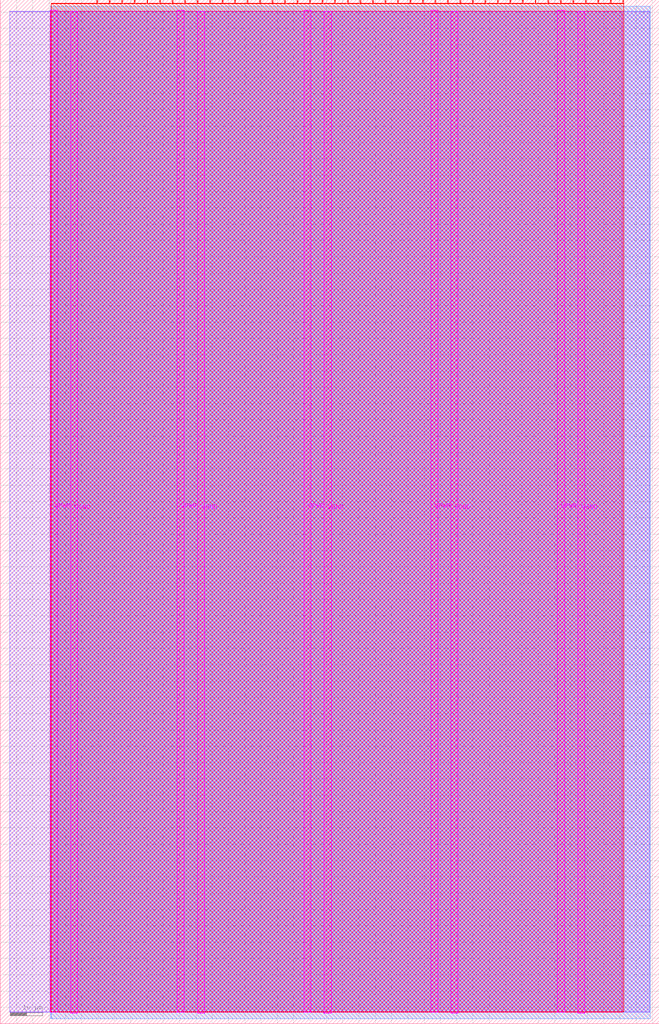
<source format=lef>
VERSION 5.7 ;
  NOWIREEXTENSIONATPIN ON ;
  DIVIDERCHAR "/" ;
  BUSBITCHARS "[]" ;
MACRO tt_um_themightyduckofdoom_bitserial_collatz_checker
  CLASS BLOCK ;
  FOREIGN tt_um_themightyduckofdoom_bitserial_collatz_checker ;
  ORIGIN 0.000 0.000 ;
  SIZE 202.080 BY 313.740 ;
  PIN VGND
    DIRECTION INOUT ;
    USE GROUND ;
    PORT
      LAYER TopMetal1 ;
        RECT 21.580 3.150 23.780 310.180 ;
    END
    PORT
      LAYER TopMetal1 ;
        RECT 60.450 3.150 62.650 310.180 ;
    END
    PORT
      LAYER TopMetal1 ;
        RECT 99.320 3.150 101.520 310.180 ;
    END
    PORT
      LAYER TopMetal1 ;
        RECT 138.190 3.150 140.390 310.180 ;
    END
    PORT
      LAYER TopMetal1 ;
        RECT 177.060 3.150 179.260 310.180 ;
    END
  END VGND
  PIN VPWR
    DIRECTION INOUT ;
    USE POWER ;
    PORT
      LAYER TopMetal1 ;
        RECT 15.380 3.560 17.580 310.590 ;
    END
    PORT
      LAYER TopMetal1 ;
        RECT 54.250 3.560 56.450 310.590 ;
    END
    PORT
      LAYER TopMetal1 ;
        RECT 93.120 3.560 95.320 310.590 ;
    END
    PORT
      LAYER TopMetal1 ;
        RECT 131.990 3.560 134.190 310.590 ;
    END
    PORT
      LAYER TopMetal1 ;
        RECT 170.860 3.560 173.060 310.590 ;
    END
  END VPWR
  PIN clk
    DIRECTION INPUT ;
    USE SIGNAL ;
    ANTENNAGATEAREA 0.725400 ;
    PORT
      LAYER Metal4 ;
        RECT 187.050 312.740 187.350 313.740 ;
    END
  END clk
  PIN ena
    DIRECTION INPUT ;
    USE SIGNAL ;
    PORT
      LAYER Metal4 ;
        RECT 190.890 312.740 191.190 313.740 ;
    END
  END ena
  PIN rst_n
    DIRECTION INPUT ;
    USE SIGNAL ;
    ANTENNAGATEAREA 1.450800 ;
    PORT
      LAYER Metal4 ;
        RECT 183.210 312.740 183.510 313.740 ;
    END
  END rst_n
  PIN ui_in[0]
    DIRECTION INPUT ;
    USE SIGNAL ;
    ANTENNAGATEAREA 0.180700 ;
    PORT
      LAYER Metal4 ;
        RECT 179.370 312.740 179.670 313.740 ;
    END
  END ui_in[0]
  PIN ui_in[1]
    DIRECTION INPUT ;
    USE SIGNAL ;
    ANTENNAGATEAREA 0.180700 ;
    PORT
      LAYER Metal4 ;
        RECT 175.530 312.740 175.830 313.740 ;
    END
  END ui_in[1]
  PIN ui_in[2]
    DIRECTION INPUT ;
    USE SIGNAL ;
    ANTENNAGATEAREA 0.180700 ;
    PORT
      LAYER Metal4 ;
        RECT 171.690 312.740 171.990 313.740 ;
    END
  END ui_in[2]
  PIN ui_in[3]
    DIRECTION INPUT ;
    USE SIGNAL ;
    ANTENNAGATEAREA 0.180700 ;
    PORT
      LAYER Metal4 ;
        RECT 167.850 312.740 168.150 313.740 ;
    END
  END ui_in[3]
  PIN ui_in[4]
    DIRECTION INPUT ;
    USE SIGNAL ;
    PORT
      LAYER Metal4 ;
        RECT 164.010 312.740 164.310 313.740 ;
    END
  END ui_in[4]
  PIN ui_in[5]
    DIRECTION INPUT ;
    USE SIGNAL ;
    PORT
      LAYER Metal4 ;
        RECT 160.170 312.740 160.470 313.740 ;
    END
  END ui_in[5]
  PIN ui_in[6]
    DIRECTION INPUT ;
    USE SIGNAL ;
    PORT
      LAYER Metal4 ;
        RECT 156.330 312.740 156.630 313.740 ;
    END
  END ui_in[6]
  PIN ui_in[7]
    DIRECTION INPUT ;
    USE SIGNAL ;
    PORT
      LAYER Metal4 ;
        RECT 152.490 312.740 152.790 313.740 ;
    END
  END ui_in[7]
  PIN uio_in[0]
    DIRECTION INPUT ;
    USE SIGNAL ;
    PORT
      LAYER Metal4 ;
        RECT 148.650 312.740 148.950 313.740 ;
    END
  END uio_in[0]
  PIN uio_in[1]
    DIRECTION INPUT ;
    USE SIGNAL ;
    PORT
      LAYER Metal4 ;
        RECT 144.810 312.740 145.110 313.740 ;
    END
  END uio_in[1]
  PIN uio_in[2]
    DIRECTION INPUT ;
    USE SIGNAL ;
    PORT
      LAYER Metal4 ;
        RECT 140.970 312.740 141.270 313.740 ;
    END
  END uio_in[2]
  PIN uio_in[3]
    DIRECTION INPUT ;
    USE SIGNAL ;
    PORT
      LAYER Metal4 ;
        RECT 137.130 312.740 137.430 313.740 ;
    END
  END uio_in[3]
  PIN uio_in[4]
    DIRECTION INPUT ;
    USE SIGNAL ;
    PORT
      LAYER Metal4 ;
        RECT 133.290 312.740 133.590 313.740 ;
    END
  END uio_in[4]
  PIN uio_in[5]
    DIRECTION INPUT ;
    USE SIGNAL ;
    PORT
      LAYER Metal4 ;
        RECT 129.450 312.740 129.750 313.740 ;
    END
  END uio_in[5]
  PIN uio_in[6]
    DIRECTION INPUT ;
    USE SIGNAL ;
    PORT
      LAYER Metal4 ;
        RECT 125.610 312.740 125.910 313.740 ;
    END
  END uio_in[6]
  PIN uio_in[7]
    DIRECTION INPUT ;
    USE SIGNAL ;
    PORT
      LAYER Metal4 ;
        RECT 121.770 312.740 122.070 313.740 ;
    END
  END uio_in[7]
  PIN uio_oe[0]
    DIRECTION OUTPUT ;
    USE SIGNAL ;
    ANTENNADIFFAREA 0.299200 ;
    PORT
      LAYER Metal4 ;
        RECT 56.490 312.740 56.790 313.740 ;
    END
  END uio_oe[0]
  PIN uio_oe[1]
    DIRECTION OUTPUT ;
    USE SIGNAL ;
    ANTENNADIFFAREA 0.299200 ;
    PORT
      LAYER Metal4 ;
        RECT 52.650 312.740 52.950 313.740 ;
    END
  END uio_oe[1]
  PIN uio_oe[2]
    DIRECTION OUTPUT ;
    USE SIGNAL ;
    ANTENNADIFFAREA 0.299200 ;
    PORT
      LAYER Metal4 ;
        RECT 48.810 312.740 49.110 313.740 ;
    END
  END uio_oe[2]
  PIN uio_oe[3]
    DIRECTION OUTPUT ;
    USE SIGNAL ;
    ANTENNADIFFAREA 0.299200 ;
    PORT
      LAYER Metal4 ;
        RECT 44.970 312.740 45.270 313.740 ;
    END
  END uio_oe[3]
  PIN uio_oe[4]
    DIRECTION OUTPUT ;
    USE SIGNAL ;
    ANTENNADIFFAREA 0.299200 ;
    PORT
      LAYER Metal4 ;
        RECT 41.130 312.740 41.430 313.740 ;
    END
  END uio_oe[4]
  PIN uio_oe[5]
    DIRECTION OUTPUT ;
    USE SIGNAL ;
    ANTENNADIFFAREA 0.299200 ;
    PORT
      LAYER Metal4 ;
        RECT 37.290 312.740 37.590 313.740 ;
    END
  END uio_oe[5]
  PIN uio_oe[6]
    DIRECTION OUTPUT ;
    USE SIGNAL ;
    ANTENNADIFFAREA 0.299200 ;
    PORT
      LAYER Metal4 ;
        RECT 33.450 312.740 33.750 313.740 ;
    END
  END uio_oe[6]
  PIN uio_oe[7]
    DIRECTION OUTPUT ;
    USE SIGNAL ;
    ANTENNADIFFAREA 0.299200 ;
    PORT
      LAYER Metal4 ;
        RECT 29.610 312.740 29.910 313.740 ;
    END
  END uio_oe[7]
  PIN uio_out[0]
    DIRECTION OUTPUT ;
    USE SIGNAL ;
    ANTENNADIFFAREA 0.299200 ;
    PORT
      LAYER Metal4 ;
        RECT 87.210 312.740 87.510 313.740 ;
    END
  END uio_out[0]
  PIN uio_out[1]
    DIRECTION OUTPUT ;
    USE SIGNAL ;
    ANTENNADIFFAREA 0.299200 ;
    PORT
      LAYER Metal4 ;
        RECT 83.370 312.740 83.670 313.740 ;
    END
  END uio_out[1]
  PIN uio_out[2]
    DIRECTION OUTPUT ;
    USE SIGNAL ;
    ANTENNADIFFAREA 0.299200 ;
    PORT
      LAYER Metal4 ;
        RECT 79.530 312.740 79.830 313.740 ;
    END
  END uio_out[2]
  PIN uio_out[3]
    DIRECTION OUTPUT ;
    USE SIGNAL ;
    ANTENNADIFFAREA 0.299200 ;
    PORT
      LAYER Metal4 ;
        RECT 75.690 312.740 75.990 313.740 ;
    END
  END uio_out[3]
  PIN uio_out[4]
    DIRECTION OUTPUT ;
    USE SIGNAL ;
    ANTENNADIFFAREA 0.299200 ;
    PORT
      LAYER Metal4 ;
        RECT 71.850 312.740 72.150 313.740 ;
    END
  END uio_out[4]
  PIN uio_out[5]
    DIRECTION OUTPUT ;
    USE SIGNAL ;
    ANTENNADIFFAREA 0.299200 ;
    PORT
      LAYER Metal4 ;
        RECT 68.010 312.740 68.310 313.740 ;
    END
  END uio_out[5]
  PIN uio_out[6]
    DIRECTION OUTPUT ;
    USE SIGNAL ;
    ANTENNADIFFAREA 0.299200 ;
    PORT
      LAYER Metal4 ;
        RECT 64.170 312.740 64.470 313.740 ;
    END
  END uio_out[6]
  PIN uio_out[7]
    DIRECTION OUTPUT ;
    USE SIGNAL ;
    ANTENNADIFFAREA 0.299200 ;
    PORT
      LAYER Metal4 ;
        RECT 60.330 312.740 60.630 313.740 ;
    END
  END uio_out[7]
  PIN uo_out[0]
    DIRECTION OUTPUT ;
    USE SIGNAL ;
    ANTENNADIFFAREA 0.708600 ;
    PORT
      LAYER Metal4 ;
        RECT 117.930 312.740 118.230 313.740 ;
    END
  END uo_out[0]
  PIN uo_out[1]
    DIRECTION OUTPUT ;
    USE SIGNAL ;
    ANTENNADIFFAREA 0.708600 ;
    PORT
      LAYER Metal4 ;
        RECT 114.090 312.740 114.390 313.740 ;
    END
  END uo_out[1]
  PIN uo_out[2]
    DIRECTION OUTPUT ;
    USE SIGNAL ;
    ANTENNADIFFAREA 0.708600 ;
    PORT
      LAYER Metal4 ;
        RECT 110.250 312.740 110.550 313.740 ;
    END
  END uo_out[2]
  PIN uo_out[3]
    DIRECTION OUTPUT ;
    USE SIGNAL ;
    ANTENNADIFFAREA 0.708600 ;
    PORT
      LAYER Metal4 ;
        RECT 106.410 312.740 106.710 313.740 ;
    END
  END uo_out[3]
  PIN uo_out[4]
    DIRECTION OUTPUT ;
    USE SIGNAL ;
    ANTENNADIFFAREA 0.299200 ;
    PORT
      LAYER Metal4 ;
        RECT 102.570 312.740 102.870 313.740 ;
    END
  END uo_out[4]
  PIN uo_out[5]
    DIRECTION OUTPUT ;
    USE SIGNAL ;
    ANTENNADIFFAREA 0.299200 ;
    PORT
      LAYER Metal4 ;
        RECT 98.730 312.740 99.030 313.740 ;
    END
  END uo_out[5]
  PIN uo_out[6]
    DIRECTION OUTPUT ;
    USE SIGNAL ;
    ANTENNADIFFAREA 0.299200 ;
    PORT
      LAYER Metal4 ;
        RECT 94.890 312.740 95.190 313.740 ;
    END
  END uo_out[6]
  PIN uo_out[7]
    DIRECTION OUTPUT ;
    USE SIGNAL ;
    ANTENNADIFFAREA 0.299200 ;
    PORT
      LAYER Metal4 ;
        RECT 91.050 312.740 91.350 313.740 ;
    END
  END uo_out[7]
  OBS
      LAYER GatPoly ;
        RECT 2.880 3.630 199.200 310.110 ;
      LAYER Metal1 ;
        RECT 2.880 3.560 199.200 310.180 ;
      LAYER Metal2 ;
        RECT 15.560 1.535 199.305 311.785 ;
      LAYER Metal3 ;
        RECT 15.515 1.580 199.345 311.745 ;
      LAYER Metal4 ;
        RECT 15.560 312.530 29.400 312.740 ;
        RECT 30.120 312.530 33.240 312.740 ;
        RECT 33.960 312.530 37.080 312.740 ;
        RECT 37.800 312.530 40.920 312.740 ;
        RECT 41.640 312.530 44.760 312.740 ;
        RECT 45.480 312.530 48.600 312.740 ;
        RECT 49.320 312.530 52.440 312.740 ;
        RECT 53.160 312.530 56.280 312.740 ;
        RECT 57.000 312.530 60.120 312.740 ;
        RECT 60.840 312.530 63.960 312.740 ;
        RECT 64.680 312.530 67.800 312.740 ;
        RECT 68.520 312.530 71.640 312.740 ;
        RECT 72.360 312.530 75.480 312.740 ;
        RECT 76.200 312.530 79.320 312.740 ;
        RECT 80.040 312.530 83.160 312.740 ;
        RECT 83.880 312.530 87.000 312.740 ;
        RECT 87.720 312.530 90.840 312.740 ;
        RECT 91.560 312.530 94.680 312.740 ;
        RECT 95.400 312.530 98.520 312.740 ;
        RECT 99.240 312.530 102.360 312.740 ;
        RECT 103.080 312.530 106.200 312.740 ;
        RECT 106.920 312.530 110.040 312.740 ;
        RECT 110.760 312.530 113.880 312.740 ;
        RECT 114.600 312.530 117.720 312.740 ;
        RECT 118.440 312.530 121.560 312.740 ;
        RECT 122.280 312.530 125.400 312.740 ;
        RECT 126.120 312.530 129.240 312.740 ;
        RECT 129.960 312.530 133.080 312.740 ;
        RECT 133.800 312.530 136.920 312.740 ;
        RECT 137.640 312.530 140.760 312.740 ;
        RECT 141.480 312.530 144.600 312.740 ;
        RECT 145.320 312.530 148.440 312.740 ;
        RECT 149.160 312.530 152.280 312.740 ;
        RECT 153.000 312.530 156.120 312.740 ;
        RECT 156.840 312.530 159.960 312.740 ;
        RECT 160.680 312.530 163.800 312.740 ;
        RECT 164.520 312.530 167.640 312.740 ;
        RECT 168.360 312.530 171.480 312.740 ;
        RECT 172.200 312.530 175.320 312.740 ;
        RECT 176.040 312.530 179.160 312.740 ;
        RECT 179.880 312.530 183.000 312.740 ;
        RECT 183.720 312.530 186.840 312.740 ;
        RECT 187.560 312.530 190.680 312.740 ;
        RECT 15.560 3.635 191.140 312.530 ;
      LAYER Metal5 ;
        RECT 15.515 3.470 190.705 310.270 ;
  END
END tt_um_themightyduckofdoom_bitserial_collatz_checker
END LIBRARY


</source>
